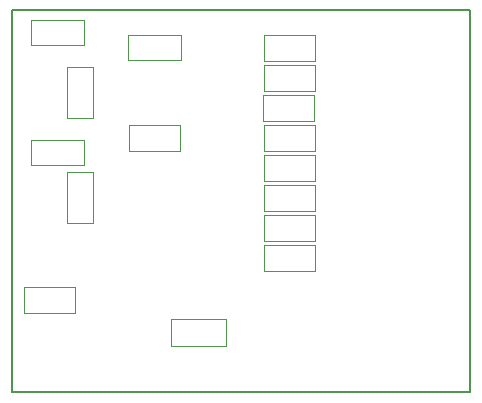
<source format=gbr>
G04 #@! TF.GenerationSoftware,KiCad,Pcbnew,(5.0.2)-1*
G04 #@! TF.CreationDate,2018-12-23T15:01:24+01:00*
G04 #@! TF.ProjectId,MutltiSwitch_Sw8,4d75746c-7469-4537-9769-7463685f5377,0.1*
G04 #@! TF.SameCoordinates,Original*
G04 #@! TF.FileFunction,Other,User*
%FSLAX46Y46*%
G04 Gerber Fmt 4.6, Leading zero omitted, Abs format (unit mm)*
G04 Created by KiCad (PCBNEW (5.0.2)-1) date 23/12/2018 15:01:24*
%MOMM*%
%LPD*%
G01*
G04 APERTURE LIST*
%ADD10C,0.150000*%
%ADD11C,0.050000*%
G04 APERTURE END LIST*
D10*
X133350000Y-120650000D02*
X133350000Y-88265000D01*
X172085000Y-120650000D02*
X172085000Y-88265000D01*
X172085000Y-88265000D02*
X133350000Y-88265000D01*
X133350000Y-120650000D02*
X172085000Y-120650000D01*
D11*
G04 #@! TO.C,C1*
X143165000Y-92490000D02*
X147665000Y-92490000D01*
X143165000Y-92490000D02*
X143165000Y-90390000D01*
X147665000Y-90390000D02*
X147665000Y-92490000D01*
X147665000Y-90390000D02*
X143165000Y-90390000D01*
G04 #@! TO.C,C2*
X134910000Y-101380000D02*
X139410000Y-101380000D01*
X134910000Y-101380000D02*
X134910000Y-99280000D01*
X139410000Y-99280000D02*
X139410000Y-101380000D01*
X139410000Y-99280000D02*
X134910000Y-99280000D01*
G04 #@! TO.C,C3*
X134910000Y-91220000D02*
X139410000Y-91220000D01*
X134910000Y-91220000D02*
X134910000Y-89120000D01*
X139410000Y-89120000D02*
X139410000Y-91220000D01*
X139410000Y-89120000D02*
X134910000Y-89120000D01*
G04 #@! TO.C,R2*
X143265000Y-100170000D02*
X147565000Y-100170000D01*
X143265000Y-100170000D02*
X143265000Y-97960000D01*
X147565000Y-97960000D02*
X147565000Y-100170000D01*
X147565000Y-97960000D02*
X143265000Y-97960000D01*
G04 #@! TO.C,R1*
X140175000Y-106290000D02*
X140175000Y-101990000D01*
X140175000Y-106290000D02*
X137965000Y-106290000D01*
X137965000Y-101990000D02*
X140175000Y-101990000D01*
X137965000Y-101990000D02*
X137965000Y-106290000D01*
G04 #@! TO.C,D2*
X151448000Y-114420000D02*
X146748000Y-114420000D01*
X146748000Y-114420000D02*
X146748000Y-116720000D01*
X146748000Y-116720000D02*
X151448000Y-116720000D01*
X151448000Y-114420000D02*
X151448000Y-116720000D01*
G04 #@! TO.C,R3*
X134375000Y-113886000D02*
X138675000Y-113886000D01*
X134375000Y-113886000D02*
X134375000Y-111676000D01*
X138675000Y-111676000D02*
X138675000Y-113886000D01*
X138675000Y-111676000D02*
X134375000Y-111676000D01*
G04 #@! TO.C,R5*
X140175000Y-97400000D02*
X140175000Y-93100000D01*
X140175000Y-97400000D02*
X137965000Y-97400000D01*
X137965000Y-93100000D02*
X140175000Y-93100000D01*
X137965000Y-93100000D02*
X137965000Y-97400000D01*
G04 #@! TO.C,R6*
X154695000Y-92550000D02*
X158995000Y-92550000D01*
X154695000Y-92550000D02*
X154695000Y-90340000D01*
X158995000Y-90340000D02*
X158995000Y-92550000D01*
X158995000Y-90340000D02*
X154695000Y-90340000D01*
G04 #@! TO.C,R7*
X154642000Y-95090000D02*
X158942000Y-95090000D01*
X154642000Y-95090000D02*
X154642000Y-92880000D01*
X158942000Y-92880000D02*
X158942000Y-95090000D01*
X158942000Y-92880000D02*
X154642000Y-92880000D01*
G04 #@! TO.C,R8*
X154568000Y-97630000D02*
X158868000Y-97630000D01*
X154568000Y-97630000D02*
X154568000Y-95420000D01*
X158868000Y-95420000D02*
X158868000Y-97630000D01*
X158868000Y-95420000D02*
X154568000Y-95420000D01*
G04 #@! TO.C,R9*
X154695000Y-100170000D02*
X158995000Y-100170000D01*
X154695000Y-100170000D02*
X154695000Y-97960000D01*
X158995000Y-97960000D02*
X158995000Y-100170000D01*
X158995000Y-97960000D02*
X154695000Y-97960000D01*
G04 #@! TO.C,R10*
X154695000Y-102710000D02*
X158995000Y-102710000D01*
X154695000Y-102710000D02*
X154695000Y-100500000D01*
X158995000Y-100500000D02*
X158995000Y-102710000D01*
X158995000Y-100500000D02*
X154695000Y-100500000D01*
G04 #@! TO.C,R11*
X154695000Y-105250000D02*
X158995000Y-105250000D01*
X154695000Y-105250000D02*
X154695000Y-103040000D01*
X158995000Y-103040000D02*
X158995000Y-105250000D01*
X158995000Y-103040000D02*
X154695000Y-103040000D01*
G04 #@! TO.C,R12*
X154695000Y-107790000D02*
X158995000Y-107790000D01*
X154695000Y-107790000D02*
X154695000Y-105580000D01*
X158995000Y-105580000D02*
X158995000Y-107790000D01*
X158995000Y-105580000D02*
X154695000Y-105580000D01*
G04 #@! TO.C,R13*
X154695000Y-110330000D02*
X158995000Y-110330000D01*
X154695000Y-110330000D02*
X154695000Y-108120000D01*
X158995000Y-108120000D02*
X158995000Y-110330000D01*
X158995000Y-108120000D02*
X154695000Y-108120000D01*
G04 #@! TD*
M02*

</source>
